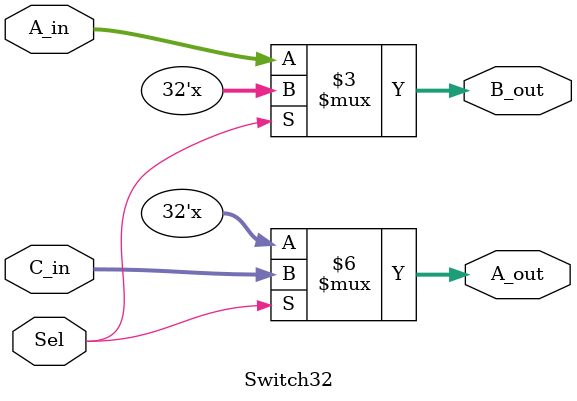
<source format=v>
`timescale 1ns / 1ps

module Switch32(
input [31:0] A_in,
output reg [31:0] A_out,
output reg [31:0] B_out,
input [31:0] C_in,
input Sel
    );
	 
localparam Switch_delay= 0.5; //500 ps	 

//
//Write your code below
//
always@(*)
begin
	if(Sel)
		A_out <=#Switch_delay C_in;
	else
		B_out <=#Switch_delay A_in;
end
    
endmodule

</source>
